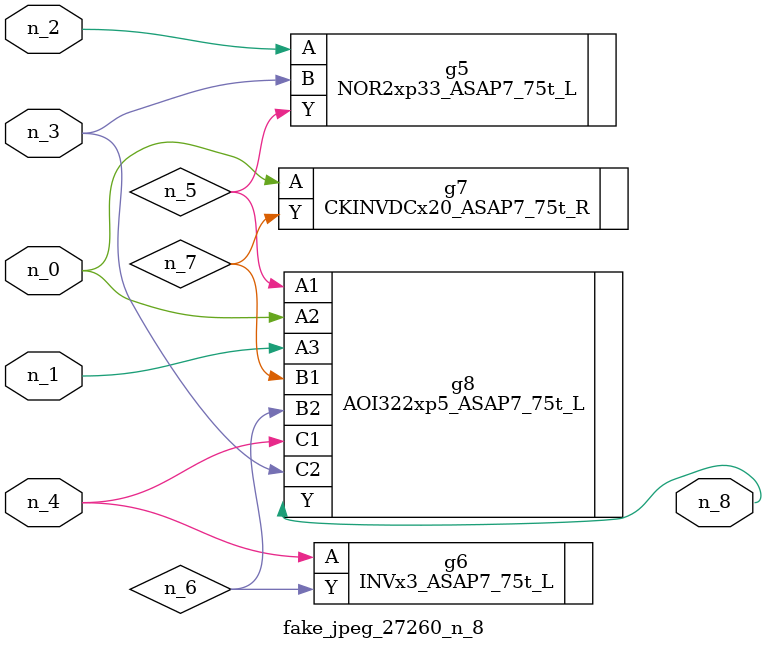
<source format=v>
module fake_jpeg_27260_n_8 (n_3, n_2, n_1, n_0, n_4, n_8);

input n_3;
input n_2;
input n_1;
input n_0;
input n_4;

output n_8;

wire n_6;
wire n_5;
wire n_7;

NOR2xp33_ASAP7_75t_L g5 ( 
.A(n_2),
.B(n_3),
.Y(n_5)
);

INVx3_ASAP7_75t_L g6 ( 
.A(n_4),
.Y(n_6)
);

CKINVDCx20_ASAP7_75t_R g7 ( 
.A(n_0),
.Y(n_7)
);

AOI322xp5_ASAP7_75t_L g8 ( 
.A1(n_5),
.A2(n_0),
.A3(n_1),
.B1(n_7),
.B2(n_6),
.C1(n_4),
.C2(n_3),
.Y(n_8)
);


endmodule
</source>
